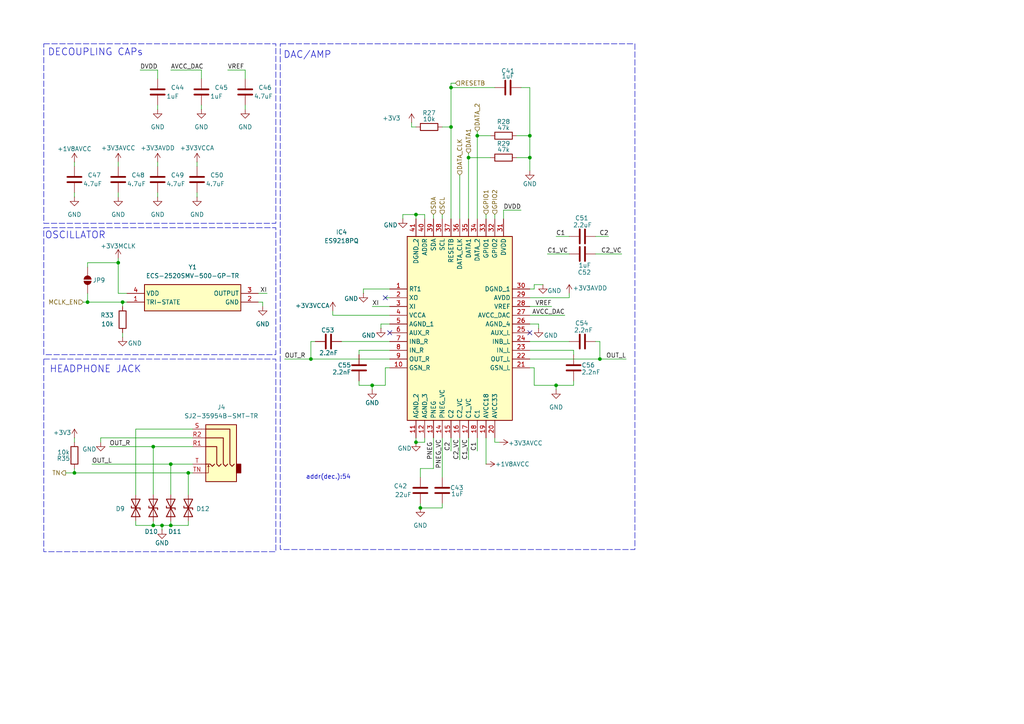
<source format=kicad_sch>
(kicad_sch (version 20250114) (generator "eeschema") (generator_version "9.0")
  (paper "A4")
  (title_block (title "AUDIO"))
  (lib_symbols
    (symbol "Connector_Audio:AudioJack4_SwitchT1"
      (property "Reference" "J" (at 0 11.43 0))
      (property "Value" "AudioJack4_SwitchT1" (at 0 8.89 0))
      (symbol "AudioJack4_SwitchT1_0_1"
        (rectangle (start -7.62 -5.08) (end -8.89 -7.62) (stroke (width 0.254)) (fill (type outline)))
        (rectangle (start 1.27 6.35) (end -7.62 -10.16) (stroke (width 0.254)) (fill (type background)))
        (polyline (pts (xy 1.27 2.54) (xy 2.54 2.54)))
        (polyline (pts (xy 1.27 -5.08) (xy 2.54 -5.08)))
        (polyline (pts (xy 2.54 5.08) (xy 1.27 5.08)))
        (polyline (pts (xy 2.54 0) (xy 1.27 0)))
      )
      (symbol "AudioJack4_SwitchT1_1_1"
        (polyline (pts (xy -3.175 -5.08) (xy -2.54 -5.715) (xy -1.905 -5.08) (xy -1.905 0) (xy 1.27 0)) (stroke (width 0.254)))
        (polyline (pts (xy -1.27 -5.08) (xy -0.635 -5.715) (xy 0 -5.08) (xy 1.27 -5.08)) (stroke (width 0.254)))
        (polyline (pts (xy 0.508 -5.334) (xy 0.762 -5.842)))
        (polyline (pts (xy 1.27 5.08) (xy -5.715 5.08) (xy -5.715 -5.08) (xy -6.35 -5.715) (xy -6.985 -5.08)) (stroke (width 0.254)))
        (polyline (pts (xy 1.27 2.54) (xy -3.81 2.54) (xy -3.81 -5.08) (xy -4.445 -5.715) (xy -5.08 -5.08)) (stroke (width 0.254)))
        (polyline (pts (xy 2.54 -7.62) (xy 0.508 -7.62) (xy 0.508 -5.334) (xy 0.254 -5.842)))
        (pin passive line (at 5.08 5.08 180) (length 2.54) (name "~") (number "S"))
        (pin passive line (at 5.08 2.54 180) (length 2.54) (name "~") (number "R2"))
        (pin passive line (at 5.08 0 180) (length 2.54) (name "~") (number "R1"))
        (pin passive line (at 5.08 -5.08 180) (length 2.54) (name "~") (number "T"))
        (pin passive line (at 5.08 -7.62 180) (length 2.54) (name "~") (number "TN"))
      )
    )
    (symbol "Device:C" (pin_numbers (hide yes)) (pin_names (offset 0.254))
      (property "Reference" "C" (at 0.635 2.54 0))
      (property "Value" "C" (at 0.635 -2.54 0))
      (symbol "C_0_1"
        (polyline (pts (xy -2.032 0.762) (xy 2.032 0.762)) (stroke (width 0.508)))
        (polyline (pts (xy -2.032 -0.762) (xy 2.032 -0.762)) (stroke (width 0.508)))
      )
      (symbol "C_1_1"
        (pin passive line (at 0 3.81 270) (length 2.794) (name "~") (number "1"))
        (pin passive line (at 0 -3.81 90) (length 2.794) (name "~") (number "2"))
      )
    )
    (symbol "Device:D_TVS" (pin_numbers (hide yes)) (pin_names (offset 1.016) (hide yes))
      (property "Reference" "D" (at 0 2.54 0))
      (property "Value" "D_TVS" (at 0 -2.54 0))
      (symbol "D_TVS_0_1"
        (polyline (pts (xy -2.54 1.27) (xy -2.54 -1.27) (xy 2.54 1.27) (xy 2.54 -1.27) (xy -2.54 1.27)) (stroke (width 0.254)))
        (polyline (pts (xy 0.508 1.27) (xy 0 1.27) (xy 0 -1.27) (xy -0.508 -1.27)) (stroke (width 0.254)))
        (polyline (pts (xy 1.27 0) (xy -1.27 0)))
      )
      (symbol "D_TVS_1_1"
        (pin passive line (at -3.81 0 0) (length 2.54) (name "A1") (number "1"))
        (pin passive line (at 3.81 0 180) (length 2.54) (name "A2") (number "2"))
      )
    )
    (symbol "Device:R" (pin_numbers (hide yes)) (pin_names (offset 0))
      (property "Reference" "R" (at 2.032 0 90))
      (property "Value" "R" (at 0 0 90))
      (symbol "R_0_1"
        (rectangle (start -1.016 -2.54) (end 1.016 2.54) (stroke (width 0.254)))
      )
      (symbol "R_1_1"
        (pin passive line (at 0 3.81 270) (length 1.27) (name "~") (number "1"))
        (pin passive line (at 0 -3.81 90) (length 1.27) (name "~") (number "2"))
      )
    )
    (symbol "ECS-2520SMV-500-GP-TR:ECS-2520SMV-500-GP-TR"
      (property "Reference" "Y" (at 34.29 7.62 0))
      (property "Value" "ECS-2520SMV-500-GP-TR" (at 34.29 5.08 0))
      (symbol "ECS-2520SMV-500-GP-TR_1_1"
        (rectangle (start 5.08 2.54) (end 33.02 -5.08) (stroke (width 0.254)) (fill (type background)))
        (pin passive line (at 0 0 0) (length 5.08) (name "VDD") (number "4"))
        (pin passive line (at 0 -2.54 0) (length 5.08) (name "TRI-STATE") (number "1"))
        (pin passive line (at 38.1 0 180) (length 5.08) (name "OUTPUT") (number "3"))
        (pin passive line (at 38.1 -2.54 180) (length 5.08) (name "GND") (number "2"))
      )
    )
    (symbol "ES9218PQ:ES9218PQ"
      (property "Reference" "IC" (at 36.83 20.32 0))
      (property "Value" "ES9218PQ" (at 36.83 17.78 0))
      (symbol "ES9218PQ_1_1"
        (rectangle (start 5.08 15.24) (end 35.56 -38.1) (stroke (width 0.254)) (fill (type background)))
        (pin passive line (at 0 0 0) (length 5.08) (name "RT1") (number "1"))
        (pin passive line (at 0 -2.54 0) (length 5.08) (name "XO") (number "2"))
        (pin passive line (at 0 -5.08 0) (length 5.08) (name "XI") (number "3"))
        (pin passive line (at 0 -7.62 0) (length 5.08) (name "VCCA") (number "4"))
        (pin passive line (at 0 -10.16 0) (length 5.08) (name "AGND_1") (number "5"))
        (pin passive line (at 0 -12.7 0) (length 5.08) (name "AUX_R") (number "6"))
        (pin passive line (at 0 -15.24 0) (length 5.08) (name "INB_R") (number "7"))
        (pin passive line (at 0 -17.78 0) (length 5.08) (name "IN_R") (number "8"))
        (pin passive line (at 0 -20.32 0) (length 5.08) (name "OUT_R") (number "9"))
        (pin passive line (at 0 -22.86 0) (length 5.08) (name "GSN_R") (number "10"))
        (pin passive line (at 7.62 20.32 270) (length 5.08) (name "DGND_2") (number "41"))
        (pin passive line (at 7.62 -43.18 90) (length 5.08) (name "AGND_2") (number "11"))
        (pin passive line (at 10.16 20.32 270) (length 5.08) (name "ADDR") (number "40"))
        (pin passive line (at 10.16 -43.18 90) (length 5.08) (name "AGND_3") (number "12"))
        (pin passive line (at 12.7 20.32 270) (length 5.08) (name "SDA") (number "39"))
        (pin passive line (at 12.7 -43.18 90) (length 5.08) (name "PNEG") (number "13"))
        (pin passive line (at 15.24 20.32 270) (length 5.08) (name "SCL") (number "38"))
        (pin passive line (at 15.24 -43.18 90) (length 5.08) (name "PNEG_VC") (number "14"))
        (pin passive line (at 17.78 20.32 270) (length 5.08) (name "RESETB") (number "37"))
        (pin passive line (at 17.78 -43.18 90) (length 5.08) (name "C2") (number "15"))
        (pin passive line (at 20.32 20.32 270) (length 5.08) (name "DATA_CLK") (number "36"))
        (pin passive line (at 20.32 -43.18 90) (length 5.08) (name "C2_VC") (number "16"))
        (pin passive line (at 22.86 20.32 270) (length 5.08) (name "DATA1") (number "35"))
        (pin passive line (at 22.86 -43.18 90) (length 5.08) (name "C1_VC") (number "17"))
        (pin passive line (at 25.4 20.32 270) (length 5.08) (name "DATA_2") (number "34"))
        (pin passive line (at 25.4 -43.18 90) (length 5.08) (name "C1") (number "18"))
        (pin passive line (at 27.94 20.32 270) (length 5.08) (name "GPIO1") (number "33"))
        (pin passive line (at 27.94 -43.18 90) (length 5.08) (name "AVCC18") (number "19"))
        (pin passive line (at 30.48 20.32 270) (length 5.08) (name "GPIO2") (number "32"))
        (pin passive line (at 30.48 -43.18 90) (length 5.08) (name "AVCC33") (number "20"))
        (pin passive line (at 33.02 20.32 270) (length 5.08) (name "DVDD") (number "31"))
        (pin passive line (at 40.64 0 180) (length 5.08) (name "DGND_1") (number "30"))
        (pin passive line (at 40.64 -2.54 180) (length 5.08) (name "AVDD") (number "29"))
        (pin passive line (at 40.64 -5.08 180) (length 5.08) (name "VREF") (number "28"))
        (pin passive line (at 40.64 -7.62 180) (length 5.08) (name "AVCC_DAC") (number "27"))
        (pin passive line (at 40.64 -10.16 180) (length 5.08) (name "AGND_4") (number "26"))
        (pin passive line (at 40.64 -12.7 180) (length 5.08) (name "AUX_L") (number "25"))
        (pin passive line (at 40.64 -15.24 180) (length 5.08) (name "INB_L") (number "24"))
        (pin passive line (at 40.64 -17.78 180) (length 5.08) (name "IN_L") (number "23"))
        (pin passive line (at 40.64 -20.32 180) (length 5.08) (name "OUT_L") (number "22"))
        (pin passive line (at 40.64 -22.86 180) (length 5.08) (name "GSN_L") (number "21"))
      )
    )
    (symbol "Jumper:SolderJumper_2_Open" (pin_numbers (hide yes)) (pin_names (offset 0) (hide yes)) (in_bom no)
      (property "Reference" "JP" (at 0 2.032 0))
      (property "Value" "SolderJumper_2_Open" (at 0 -2.54 0))
      (symbol "SolderJumper_2_Open_0_1"
        (polyline (pts (xy -0.254 1.016) (xy -0.254 -1.016)))
        (arc (start -0.254 -1.016) (mid -1.2656 0) (end -0.254 1.016))
        (arc (start -0.254 -1.016) (mid -1.2656 0) (end -0.254 1.016) (fill (type outline)))
        (arc (start 0.254 1.016) (mid 1.2656 0) (end 0.254 -1.016))
        (arc (start 0.254 1.016) (mid 1.2656 0) (end 0.254 -1.016) (fill (type outline)))
        (polyline (pts (xy 0.254 1.016) (xy 0.254 -1.016)))
      )
      (symbol "SolderJumper_2_Open_1_1"
        (pin passive line (at -3.81 0 0) (length 2.54) (name "A") (number "1"))
        (pin passive line (at 3.81 0 180) (length 2.54) (name "B") (number "2"))
      )
    )
    (symbol "power:+1V8" (power) (pin_numbers (hide yes)) (pin_names (offset 0) (hide yes))
      (property "Value" "+1V8" (at 0 3.556 0))
      (symbol "+1V8_0_1"
        (polyline (pts (xy -0.762 1.27) (xy 0 2.54)))
        (polyline (pts (xy 0 2.54) (xy 0.762 1.27)))
        (polyline (pts (xy 0 0) (xy 0 2.54)))
      )
      (symbol "+1V8_1_1"
        (pin power_in line (at 0 0 90) (length 0) (name "~") (number "1"))
      )
    )
    (symbol "power:+3V3" (power) (pin_numbers (hide yes)) (pin_names (offset 0) (hide yes))
      (property "Value" "+3V3" (at 0 3.556 0))
      (symbol "+3V3_0_1"
        (polyline (pts (xy -0.762 1.27) (xy 0 2.54)))
        (polyline (pts (xy 0 2.54) (xy 0.762 1.27)))
        (polyline (pts (xy 0 0) (xy 0 2.54)))
      )
      (symbol "+3V3_1_1"
        (pin power_in line (at 0 0 90) (length 0) (name "~") (number "1"))
      )
    )
    (symbol "power:GND" (power) (pin_numbers (hide yes)) (pin_names (offset 0) (hide yes))
      (property "Value" "GND" (at 0 -3.81 0))
      (symbol "GND_0_1"
        (polyline (pts (xy 0 0) (xy 0 -1.27) (xy 1.27 -1.27) (xy 0 -2.54) (xy -1.27 -1.27) (xy 0 -1.27)))
      )
      (symbol "GND_1_1"
        (pin power_in line (at 0 0 270) (length 0) (name "~") (number "1"))
      )
    )
  )
  (rectangle (start 12.7 12.7) (end 80.01 64.77) (stroke (width 0) (type dash)))
  (rectangle (start 12.7 104.14) (end 80.01 160.02) (stroke (width 0) (type dash)))
  (rectangle (start 12.7 66.04) (end 80.01 102.87) (stroke (width 0) (type dash)))
  (rectangle (start 81.28 12.7) (end 184.15 159.385) (stroke (width 0) (type dash)))
  (text "DAC/AMP" (at 89.154 16.002 0) (effects (font (size 2 2))))
  (text "OSCILLATOR" (at 21.844 68.326 0) (effects (font (size 2 2))))
  (text "addr(dec.):54" (at 95.25 138.43 0) (effects (font (size 1.27 1.27))))
  (text "HEADPHONE JACK" (at 27.686 107.188 0) (effects (font (size 2 2))))
  (text "DECOUPLING CAPs" (at 27.686 15.24 0) (effects (font (size 2 2))))
  (junction (at 90.17 104.14))
  (junction (at 135.89 45.72))
  (junction (at 44.45 129.54))
  (junction (at 46.99 152.4))
  (junction (at 130.81 36.83))
  (junction (at 173.99 104.14))
  (junction (at 107.95 111.76))
  (junction (at 25.4 87.63))
  (junction (at 35.56 87.63))
  (junction (at 120.65 62.23))
  (junction (at 121.92 147.32))
  (junction (at 153.67 39.37))
  (junction (at 54.61 137.16))
  (junction (at 153.67 45.72))
  (junction (at 138.43 39.37))
  (junction (at 49.53 152.4))
  (junction (at 161.29 111.76))
  (junction (at 120.65 128.27))
  (junction (at 21.59 137.16))
  (junction (at 34.29 76.2))
  (junction (at 49.53 134.62))
  (junction (at 130.81 25.4))
  (junction (at 44.45 152.4))
  (no_connect (at 111.76 86.36))
  (no_connect (at 113.03 96.52))
  (no_connect (at 153.67 96.52))
  (wire (pts (xy 66.04 20.32) (xy 71.12 20.32)))
  (wire (pts (xy 45.72 20.32) (xy 45.72 22.86)))
  (wire (pts (xy 29.21 127) (xy 55.88 127)))
  (wire (pts (xy 44.45 129.54) (xy 44.45 143.51)))
  (wire (pts (xy 165.1 85.09) (xy 165.1 86.36)))
  (wire (pts (xy 153.67 106.68) (xy 154.94 106.68)))
  (wire (pts (xy 151.13 25.4) (xy 153.67 25.4)))
  (wire (pts (xy 71.12 20.32) (xy 71.12 22.86)))
  (wire (pts (xy 151.13 60.96) (xy 146.05 60.96)))
  (wire (pts (xy 49.53 134.62) (xy 55.88 134.62)))
  (wire (pts (xy 25.4 87.63) (xy 35.56 87.63)))
  (wire (pts (xy 130.81 36.83) (xy 130.81 63.5)))
  (wire (pts (xy 39.37 124.46) (xy 39.37 143.51)))
  (wire (pts (xy 161.29 68.58) (xy 165.1 68.58)))
  (wire (pts (xy 49.53 151.13) (xy 49.53 152.4)))
  (wire (pts (xy 104.14 102.87) (xy 104.14 101.6)))
  (wire (pts (xy 45.72 46.99) (xy 45.72 48.26)))
  (wire (pts (xy 121.92 146.05) (xy 121.92 147.32)))
  (wire (pts (xy 57.15 55.88) (xy 57.15 57.15)))
  (wire (pts (xy 133.35 50.8) (xy 133.35 63.5)))
  (wire (pts (xy 143.51 62.23) (xy 143.51 63.5)))
  (wire (pts (xy 111.76 106.68) (xy 113.03 106.68)))
  (wire (pts (xy 25.4 76.2) (xy 34.29 76.2)))
  (wire (pts (xy 143.51 25.4) (xy 130.81 25.4)))
  (wire (pts (xy 19.05 137.16) (xy 21.59 137.16)))
  (wire (pts (xy 135.89 133.35) (xy 135.89 127)))
  (wire (pts (xy 119.38 36.83) (xy 120.65 36.83)))
  (wire (pts (xy 21.59 46.99) (xy 21.59 48.26)))
  (wire (pts (xy 111.76 106.68) (xy 111.76 111.76)))
  (wire (pts (xy 116.84 62.23) (xy 116.84 63.5)))
  (wire (pts (xy 120.65 128.27) (xy 123.19 128.27)))
  (wire (pts (xy 156.21 93.98) (xy 153.67 93.98)))
  (wire (pts (xy 153.67 45.72) (xy 153.67 49.53)))
  (wire (pts (xy 26.67 134.62) (xy 49.53 134.62)))
  (wire (pts (xy 146.05 60.96) (xy 146.05 63.5)))
  (wire (pts (xy 154.94 83.82) (xy 153.67 83.82)))
  (wire (pts (xy 166.37 110.49) (xy 166.37 111.76)))
  (wire (pts (xy 77.47 85.09) (xy 74.93 85.09)))
  (wire (pts (xy 111.76 86.36) (xy 113.03 86.36)))
  (wire (pts (xy 120.65 127) (xy 120.65 128.27)))
  (wire (pts (xy 34.29 74.93) (xy 34.29 76.2)))
  (wire (pts (xy 39.37 124.46) (xy 55.88 124.46)))
  (wire (pts (xy 105.41 85.09) (xy 105.41 83.82)))
  (wire (pts (xy 163.83 91.44) (xy 153.67 91.44)))
  (wire (pts (xy 82.55 104.14) (xy 90.17 104.14)))
  (wire (pts (xy 21.59 127) (xy 21.59 128.27)))
  (wire (pts (xy 135.89 45.72) (xy 142.24 45.72)))
  (wire (pts (xy 161.29 111.76) (xy 154.94 111.76)))
  (wire (pts (xy 123.19 127) (xy 123.19 128.27)))
  (wire (pts (xy 172.72 68.58) (xy 176.53 68.58)))
  (wire (pts (xy 21.59 135.89) (xy 21.59 137.16)))
  (wire (pts (xy 104.14 111.76) (xy 107.95 111.76)))
  (wire (pts (xy 76.2 88.9) (xy 76.2 87.63)))
  (wire (pts (xy 133.35 133.35) (xy 133.35 127)))
  (wire (pts (xy 123.19 62.23) (xy 120.65 62.23)))
  (wire (pts (xy 21.59 57.15) (xy 21.59 55.88)))
  (wire (pts (xy 45.72 30.48) (xy 45.72 31.75)))
  (wire (pts (xy 44.45 129.54) (xy 55.88 129.54)))
  (wire (pts (xy 44.45 151.13) (xy 44.45 152.4)))
  (wire (pts (xy 25.4 85.09) (xy 25.4 87.63)))
  (wire (pts (xy 49.53 134.62) (xy 49.53 143.51)))
  (wire (pts (xy 39.37 151.13) (xy 39.37 152.4)))
  (wire (pts (xy 71.12 31.75) (xy 71.12 30.48)))
  (wire (pts (xy 121.92 135.89) (xy 121.92 138.43)))
  (wire (pts (xy 120.65 62.23) (xy 120.65 63.5)))
  (wire (pts (xy 76.2 87.63) (xy 74.93 87.63)))
  (wire (pts (xy 104.14 101.6) (xy 113.03 101.6)))
  (wire (pts (xy 90.17 104.14) (xy 113.03 104.14)))
  (wire (pts (xy 130.81 25.4) (xy 130.81 36.83)))
  (wire (pts (xy 121.92 135.89) (xy 125.73 135.89)))
  (wire (pts (xy 138.43 39.37) (xy 142.24 39.37)))
  (wire (pts (xy 125.73 62.23) (xy 125.73 63.5)))
  (wire (pts (xy 54.61 152.4) (xy 54.61 151.13)))
  (wire (pts (xy 130.81 24.13) (xy 132.08 24.13)))
  (wire (pts (xy 166.37 111.76) (xy 161.29 111.76)))
  (wire (pts (xy 156.21 95.25) (xy 156.21 93.98)))
  (wire (pts (xy 154.94 106.68) (xy 154.94 111.76)))
  (wire (pts (xy 158.75 73.66) (xy 165.1 73.66)))
  (wire (pts (xy 58.42 20.32) (xy 58.42 22.86)))
  (wire (pts (xy 125.73 135.89) (xy 125.73 127)))
  (wire (pts (xy 135.89 45.72) (xy 135.89 63.5)))
  (wire (pts (xy 34.29 57.15) (xy 34.29 55.88)))
  (wire (pts (xy 49.53 20.32) (xy 58.42 20.32)))
  (wire (pts (xy 130.81 130.81) (xy 130.81 127)))
  (wire (pts (xy 128.27 127) (xy 128.27 138.43)))
  (wire (pts (xy 161.29 111.76) (xy 161.29 113.03)))
  (wire (pts (xy 21.59 137.16) (xy 54.61 137.16)))
  (wire (pts (xy 128.27 146.05) (xy 128.27 147.32)))
  (wire (pts (xy 154.94 82.55) (xy 157.48 82.55)))
  (wire (pts (xy 120.65 62.23) (xy 116.84 62.23)))
  (wire (pts (xy 96.52 90.17) (xy 96.52 91.44)))
  (wire (pts (xy 143.51 128.27) (xy 144.78 128.27)))
  (wire (pts (xy 119.38 36.83) (xy 119.38 35.56)))
  (wire (pts (xy 34.29 46.99) (xy 34.29 48.26)))
  (wire (pts (xy 58.42 30.48) (xy 58.42 31.75)))
  (wire (pts (xy 29.21 128.27) (xy 29.21 127)))
  (wire (pts (xy 35.56 97.79) (xy 35.56 96.52)))
  (wire (pts (xy 173.99 104.14) (xy 173.99 99.06)))
  (wire (pts (xy 49.53 152.4) (xy 54.61 152.4)))
  (wire (pts (xy 173.99 104.14) (xy 181.61 104.14)))
  (wire (pts (xy 140.97 62.23) (xy 140.97 63.5)))
  (wire (pts (xy 35.56 87.63) (xy 36.83 87.63)))
  (wire (pts (xy 91.44 99.06) (xy 90.17 99.06)))
  (wire (pts (xy 107.95 111.76) (xy 107.95 113.03)))
  (wire (pts (xy 166.37 101.6) (xy 166.37 102.87)))
  (wire (pts (xy 153.67 25.4) (xy 153.67 39.37)))
  (wire (pts (xy 110.49 95.25) (xy 110.49 93.98)))
  (wire (pts (xy 25.4 77.47) (xy 25.4 76.2)))
  (wire (pts (xy 57.15 46.99) (xy 57.15 48.26)))
  (wire (pts (xy 35.56 88.9) (xy 35.56 87.63)))
  (wire (pts (xy 110.49 93.98) (xy 113.03 93.98)))
  (wire (pts (xy 160.02 88.9) (xy 153.67 88.9)))
  (wire (pts (xy 46.99 152.4) (xy 49.53 152.4)))
  (wire (pts (xy 99.06 99.06) (xy 113.03 99.06)))
  (wire (pts (xy 135.89 44.45) (xy 135.89 45.72)))
  (wire (pts (xy 24.13 87.63) (xy 25.4 87.63)))
  (wire (pts (xy 173.99 99.06) (xy 172.72 99.06)))
  (wire (pts (xy 143.51 128.27) (xy 143.51 127)))
  (wire (pts (xy 39.37 152.4) (xy 44.45 152.4)))
  (wire (pts (xy 90.17 99.06) (xy 90.17 104.14)))
  (wire (pts (xy 31.75 129.54) (xy 44.45 129.54)))
  (wire (pts (xy 140.97 134.62) (xy 140.97 127)))
  (wire (pts (xy 153.67 45.72) (xy 153.67 39.37)))
  (wire (pts (xy 138.43 39.37) (xy 138.43 63.5)))
  (wire (pts (xy 34.29 76.2) (xy 34.29 85.09)))
  (wire (pts (xy 46.99 153.67) (xy 46.99 152.4)))
  (wire (pts (xy 128.27 147.32) (xy 121.92 147.32)))
  (wire (pts (xy 149.86 45.72) (xy 153.67 45.72)))
  (wire (pts (xy 165.1 86.36) (xy 153.67 86.36)))
  (wire (pts (xy 128.27 36.83) (xy 130.81 36.83)))
  (wire (pts (xy 34.29 85.09) (xy 36.83 85.09)))
  (wire (pts (xy 138.43 38.1) (xy 138.43 39.37)))
  (wire (pts (xy 44.45 152.4) (xy 46.99 152.4)))
  (wire (pts (xy 153.67 99.06) (xy 165.1 99.06)))
  (wire (pts (xy 153.67 39.37) (xy 149.86 39.37)))
  (wire (pts (xy 54.61 137.16) (xy 55.88 137.16)))
  (wire (pts (xy 153.67 104.14) (xy 173.99 104.14)))
  (wire (pts (xy 154.94 82.55) (xy 154.94 83.82)))
  (wire (pts (xy 54.61 137.16) (xy 54.61 143.51)))
  (wire (pts (xy 96.52 91.44) (xy 113.03 91.44)))
  (wire (pts (xy 104.14 110.49) (xy 104.14 111.76)))
  (wire (pts (xy 153.67 101.6) (xy 166.37 101.6)))
  (wire (pts (xy 107.95 88.9) (xy 113.03 88.9)))
  (wire (pts (xy 138.43 130.81) (xy 138.43 127)))
  (wire (pts (xy 172.72 73.66) (xy 180.34 73.66)))
  (wire (pts (xy 107.95 111.76) (xy 111.76 111.76)))
  (wire (pts (xy 123.19 63.5) (xy 123.19 62.23)))
  (wire (pts (xy 128.27 62.23) (xy 128.27 63.5)))
  (wire (pts (xy 40.64 20.32) (xy 45.72 20.32)))
  (wire (pts (xy 130.81 24.13) (xy 130.81 25.4)))
  (wire (pts (xy 105.41 83.82) (xy 113.03 83.82)))
  (wire (pts (xy 45.72 57.15) (xy 45.72 55.88)))
  (label "C1_VC" (at 135.89 133.35 90))
  (label "OUT_R" (at 82.55 104.14 0))
  (label "PNEG" (at 125.73 133.35 90))
  (label "C2" (at 176.53 68.58 180))
  (label "DVDD" (at 151.13 60.96 180))
  (label "C1_VC" (at 158.75 73.66 0))
  (label "XI" (at 77.47 85.09 180))
  (label "AVCC_DAC" (at 49.53 20.32 0))
  (label "XI" (at 107.95 88.9 0))
  (label "C2_VC" (at 180.34 73.66 180))
  (label "OUT_L" (at 26.67 134.62 0))
  (label "VREF" (at 66.04 20.32 0))
  (label "C2_VC" (at 133.35 133.35 90))
  (label "VREF" (at 160.02 88.9 180))
  (label "OUT_L" (at 181.61 104.14 180))
  (label "OUT_R" (at 31.75 129.54 0))
  (label "C2" (at 130.81 130.81 90))
  (label "AVCC_DAC" (at 163.83 91.44 180))
  (label "C1" (at 138.43 130.81 90))
  (label "C1" (at 161.29 68.58 0))
  (label "PNEG_VC" (at 128.27 135.89 90))
  (label "DVDD" (at 40.64 20.32 0))
  (hierarchical_label "GPIO2" (shape input) (at 143.51 62.23 90))
  (hierarchical_label "SCL" (shape input) (at 128.27 62.23 90))
  (hierarchical_label "DATA1" (shape input) (at 135.89 44.45 90))
  (hierarchical_label "DATA_CLK" (shape input) (at 133.35 50.8 90))
  (hierarchical_label "SDA" (shape input) (at 125.73 62.23 90))
  (hierarchical_label "TN" (shape output) (at 19.05 137.16 180))
  (hierarchical_label "MCLK_EN" (shape input) (at 24.13 87.63 180))
  (hierarchical_label "GPIO1" (shape input) (at 140.97 62.23 90))
  (hierarchical_label "DATA_2" (shape input) (at 138.43 38.1 90))
  (hierarchical_label "RESETB" (shape input) (at 132.08 24.13 0))
  (symbol (lib_id "Device:C") (at 168.91 99.06 90) (unit 1)
    (property "Reference" "C54" (at 170.688 93.726 90) (effects (justify left)))
    (property "Value" "2.2nF" (at 171.958 95.758 90) (effects (justify left)))
    (property "Footprint" "Capacitor_SMD:C_0402_1005Metric" (effects (hide yes)))
    (property "Description" "Unpolarized capacitor" (effects (hide yes)))
    (property "MPN" "CL05B222KB5NNNC" (effects (hide yes)))
  )
  (symbol (lib_id "power:+3V3") (at 57.15 46.99 0) (unit 1)
    (property "Reference" "#PWR078" (effects (hide yes)))
    (property "Value" "+3V3VCCA" (at 57.15 42.926 0))
    (property "Description" "Power symbol creates a global label with name \"+3V3\"" (effects (hide yes)))
  )
  (symbol (lib_id "Jumper:SolderJumper_2_Open") (at 25.4 81.28 90) (mirror x) (unit 1) (in_bom no)
    (property "Reference" "JP9" (at 28.702 81.28 90))
    (property "Value" "SolderJumper_2_Open" (effects (hide yes)))
    (property "Footprint" "Jumper:SolderJumper-2_P1.3mm_Open_RoundedPad1.0x1.5mm" (effects (hide yes)))
    (property "Description" "Solder Jumper, 2-pole, open" (effects (hide yes)))
  )
  (symbol (lib_id "Device:C") (at 104.14 106.68 0) (mirror x) (unit 1)
    (property "Reference" "C55" (at 101.854 105.918 0) (effects (justify right)))
    (property "Value" "2.2nF" (at 101.854 107.95 0) (effects (justify right)))
    (property "Footprint" "Capacitor_SMD:C_0402_1005Metric" (effects (hide yes)))
    (property "Description" "Unpolarized capacitor" (effects (hide yes)))
    (property "MPN" "CL05B222KB5NNNC" (effects (hide yes)))
  )
  (symbol (lib_id "power:GND") (at 45.72 57.15 0) (unit 1)
    (property "Reference" "#PWR082" (effects (hide yes)))
    (property "Value" "GND" (at 45.72 62.23 0))
    (property "Description" "Power symbol creates a global label with name \"GND\" , ground" (effects (hide yes)))
  )
  (symbol (lib_id "Device:R") (at 146.05 39.37 90) (unit 1)
    (property "Reference" "R28" (at 146.05 35.306 90))
    (property "Value" "47k" (at 146.05 37.084 90))
    (property "Footprint" "Resistor_SMD:R_0402_1005Metric" (effects (hide yes)))
    (property "Description" "Resistor" (effects (hide yes)))
    (property "MPN" "RC0402FR-0747KL" (effects (hide yes)))
  )
  (symbol (lib_id "Device:D_TVS") (at 39.37 147.32 90) (unit 1)
    (property "Reference" "D9" (at 33.528 147.574 90) (effects (justify right)))
    (property "Value" "D_TVS" (effects (hide yes)))
    (property "Footprint" "CD0201-T2.0LC:CD0201T20LC" (effects (hide yes)))
    (property "Description" "Bidirectional transient-voltage-suppression diode" (effects (hide yes)))
    (property "MPN" " CD0201-T2.0LC " (effects (hide yes)))
  )
  (symbol (lib_id "Device:C") (at 128.27 142.24 0) (unit 1)
    (property "Reference" "C43" (at 130.556 141.478 0) (effects (justify left)))
    (property "Value" "1uF" (at 130.81 143.256 0) (effects (justify left)))
    (property "Footprint" "Capacitor_SMD:C_0402_1005Metric" (effects (hide yes)))
    (property "Description" "Unpolarized capacitor" (effects (hide yes)))
    (property "MPN" "CL05A105KO5NNNC" (effects (hide yes)))
  )
  (symbol (lib_id "Device:C") (at 45.72 26.67 0) (unit 1)
    (property "Reference" "C44" (at 49.53 25.3999 0) (effects (justify left)))
    (property "Value" "1uF" (at 48.26 27.94 0) (effects (justify left)))
    (property "Footprint" "Capacitor_SMD:C_0402_1005Metric" (effects (hide yes)))
    (property "Description" "Unpolarized capacitor" (effects (hide yes)))
    (property "MPN" "CL05A105KO5NNNC" (effects (hide yes)))
  )
  (symbol (lib_id "Device:C") (at 168.91 73.66 90) (mirror x) (unit 1)
    (property "Reference" "C52" (at 171.45 78.994 90) (effects (justify left)))
    (property "Value" "1uF" (at 171.45 76.962 90) (effects (justify left)))
    (property "Footprint" "Capacitor_SMD:C_0402_1005Metric" (effects (hide yes)))
    (property "Description" "Unpolarized capacitor" (effects (hide yes)))
    (property "MPN" "CL05A105KO5NNNC" (effects (hide yes)))
  )
  (symbol (lib_id "power:GND") (at 71.12 31.75 0) (unit 1)
    (property "Reference" "#PWR073" (effects (hide yes)))
    (property "Value" "GND" (at 71.12 36.83 0))
    (property "Description" "Power symbol creates a global label with name \"GND\" , ground" (effects (hide yes)))
  )
  (symbol (lib_id "Device:C") (at 58.42 26.67 0) (unit 1)
    (property "Reference" "C45" (at 62.23 25.3999 0) (effects (justify left)))
    (property "Value" "1uF" (at 60.96 27.94 0) (effects (justify left)))
    (property "Footprint" "Capacitor_SMD:C_0402_1005Metric" (effects (hide yes)))
    (property "Description" "Unpolarized capacitor" (effects (hide yes)))
    (property "MPN" "CL05A105KO5NNNC" (effects (hide yes)))
  )
  (symbol (lib_id "Device:R") (at 21.59 132.08 180) (unit 1)
    (property "Reference" "R35" (at 18.415 132.969 0))
    (property "Value" "10k" (at 18.415 131.191 0))
    (property "Footprint" "Resistor_SMD:R_0402_1005Metric" (effects (hide yes)))
    (property "Description" "Resistor" (effects (hide yes)))
    (property "MPN" "CRCW040210K0FKED" (effects (hide yes)))
  )
  (symbol (lib_id "Device:R") (at 146.05 45.72 90) (unit 1)
    (property "Reference" "R29" (at 146.05 41.656 90))
    (property "Value" "47k" (at 146.05 43.434 90))
    (property "Footprint" "Resistor_SMD:R_0402_1005Metric" (effects (hide yes)))
    (property "Description" "Resistor" (effects (hide yes)))
    (property "MPN" "RC0402FR-0747KL" (effects (hide yes)))
  )
  (symbol (lib_id "Device:C") (at 147.32 25.4 270) (mirror x) (unit 1)
    (property "Reference" "C41" (at 147.32 20.574 90))
    (property "Value" "1uF" (at 147.32 22.098 90))
    (property "Footprint" "Capacitor_SMD:C_0402_1005Metric" (effects (hide yes)))
    (property "Description" "Unpolarized capacitor" (effects (hide yes)))
    (property "MPN" "CL05A105KO5NNNC" (effects (hide yes)))
  )
  (symbol (lib_id "Device:C") (at 166.37 106.68 180) (unit 1)
    (property "Reference" "C56" (at 168.656 105.918 0) (effects (justify right)))
    (property "Value" "2.2nF" (at 168.656 107.95 0) (effects (justify right)))
    (property "Footprint" "Capacitor_SMD:C_0402_1005Metric" (effects (hide yes)))
    (property "Description" "Unpolarized capacitor" (effects (hide yes)))
    (property "MPN" "CL05B222KB5NNNC" (effects (hide yes)))
  )
  (symbol (lib_id "Device:C") (at 45.72 52.07 0) (unit 1)
    (property "Reference" "C49" (at 49.53 50.7999 0) (effects (justify left)))
    (property "Value" "4.7uF" (at 48.26 53.34 0) (effects (justify left)))
    (property "Footprint" "Capacitor_SMD:C_0402_1005Metric" (effects (hide yes)))
    (property "Description" "Unpolarized capacitor" (effects (hide yes)))
    (property "MPN" "CL05A475KP5NRNC" (effects (hide yes)))
  )
  (symbol (lib_id "power:+1V8") (at 21.59 46.99 0) (unit 1)
    (property "Reference" "#PWR075" (effects (hide yes)))
    (property "Value" "+1V8AVCC" (at 21.59 43.18 0))
    (property "Description" "Power symbol creates a global label with name \"+1V8\"" (effects (hide yes)))
  )
  (symbol (lib_id "Connector_Audio:AudioJack4_SwitchT1") (at 60.96 129.54 0) (mirror y) (unit 1)
    (property "Reference" "J4" (at 64.1985 118.11 0))
    (property "Value" "SJ2-35954B-SMT-TR" (at 64.1985 120.65 0))
    (property "Footprint" "SJ2-35954B-SMT-TR:CUI_SJ2-35954B-SMT-TR" (effects (hide yes)))
    (property "Description" "Audio Jack, 4 Poles (Stereo / TRRS), Switched T1 Pole (Normalling)" (effects (hide yes)))
    (property "MPN" " SJ2-35954B-SMT-TR " (effects (hide yes)))
  )
  (symbol (lib_id "Device:C") (at 21.59 52.07 0) (unit 1)
    (property "Reference" "C47" (at 25.4 50.7999 0) (effects (justify left)))
    (property "Value" "4.7uF" (at 24.13 53.34 0) (effects (justify left)))
    (property "Footprint" "Capacitor_SMD:C_0402_1005Metric" (effects (hide yes)))
    (property "Description" "Unpolarized capacitor" (effects (hide yes)))
    (property "MPN" "CL05A475KP5NRNC" (effects (hide yes)))
  )
  (symbol (lib_id "ECS-2520SMV-500-GP-TR:ECS-2520SMV-500-GP-TR") (at 36.83 85.09 0) (unit 1)
    (property "Reference" "Y1" (at 55.88 77.47 0))
    (property "Value" "ECS-2520SMV-500-GP-TR" (at 55.88 80.01 0))
    (property "Footprint" "ECS-2520SMV-500-GP-TR:ECS2520SMV500GPTR" (effects (hide yes)))
    (property "Datasheet" "https://eu.mouser.com/datasheet/2/122/ECS_2520SMV-1628252.pdf" (effects (hide yes)))
    (property "Description" "Standard Clock Oscillators 50.000 MHz MultiVolt 1.62 3.63 V +/-5ppm -40 +105 C 4-SMD 2.5 X 2.0 mm RoHS" (effects (hide yes)))
    (property "Height" "0.9" (effects (hide yes)))
    (property "Manufacturer_Name" "ECS" (effects (hide yes)))
    (property "Arrow Part Number" "ECS-2520SMV-500-GP-TR" (effects (hide yes)))
    (property "Arrow Price/Stock" "https://www.arrow.com/en/products/ecs-2520smv-500-gp-tr/ecs-international?region=nac" (effects (hide yes)))
    (property "MPN" "ECS-2520SMV-500-GP-TR" (effects (hide yes)))
  )
  (symbol (lib_id "power:GND") (at 35.56 97.79 0) (mirror y) (unit 1)
    (property "Reference" "#PWR093" (effects (hide yes)))
    (property "Value" "GND" (at 39.116 99.568 0))
    (property "Description" "Power symbol creates a global label with name \"GND\" , ground" (effects (hide yes)))
  )
  (symbol (lib_id "power:GND") (at 105.41 85.09 0) (mirror y) (unit 1)
    (property "Reference" "#PWR086" (effects (hide yes)))
    (property "Value" "GND" (at 101.854 86.614 0))
    (property "Description" "Power symbol creates a global label with name \"GND\" , ground" (effects (hide yes)))
  )
  (symbol (lib_id "power:GND") (at 161.29 113.03 0) (unit 1)
    (property "Reference" "#PWR095" (effects (hide yes)))
    (property "Value" "GND" (at 161.29 118.11 0))
    (property "Description" "Power symbol creates a global label with name \"GND\" , ground" (effects (hide yes)))
  )
  (symbol (lib_id "ES9218PQ:ES9218PQ") (at 113.03 83.82 0) (unit 1)
    (property "Reference" "IC4" (at 99.06 67.31 0))
    (property "Value" "ES9218PQ" (at 99.06 69.85 0))
    (property "Footprint" "ES9218PQ:QFN40P500X500X80-41N-D" (effects (hide yes)))
    (property "Datasheet" "https://eu.mouser.com/datasheet/2/1082/ES9218P_Datasheet_v1_8-2933526.pdf" (effects (hide yes)))
    (property "Description" "Audio D/A Converter ICs Sabre 32 2V rms Integrated Stereo QUAD DAC /HPA/Switch" (effects (hide yes)))
    (property "Height" "0.8" (effects (hide yes)))
    (property "Manufacturer_Name" "ESS Technology" (effects (hide yes)))
    (property "MPN" "ES9218PQ" (effects (hide yes)))
  )
  (symbol (lib_id "Device:C") (at 57.15 52.07 0) (unit 1)
    (property "Reference" "C50" (at 60.96 50.7999 0) (effects (justify left)))
    (property "Value" "4.7uF" (at 59.69 53.34 0) (effects (justify left)))
    (property "Footprint" "Capacitor_SMD:C_0402_1005Metric" (effects (hide yes)))
    (property "Description" "Unpolarized capacitor" (effects (hide yes)))
    (property "MPN" "CL05A475KP5NRNC" (effects (hide yes)))
  )
  (symbol (lib_id "power:GND") (at 46.99 153.67 0) (unit 1)
    (property "Reference" "#PWR0102" (effects (hide yes)))
    (property "Value" "GND" (at 46.99 157.48 0))
    (property "Description" "Power symbol creates a global label with name \"GND\" , ground" (effects (hide yes)))
  )
  (symbol (lib_id "Device:R") (at 124.46 36.83 90) (unit 1)
    (property "Reference" "R27" (at 124.46 32.766 90))
    (property "Value" "10k" (at 124.46 34.544 90))
    (property "Footprint" "Resistor_SMD:R_0402_1005Metric" (effects (hide yes)))
    (property "Description" "Resistor" (effects (hide yes)))
    (property "MPN" "CRCW040210K0FKED" (effects (hide yes)))
  )
  (symbol (lib_id "Device:C") (at 168.91 68.58 90) (unit 1)
    (property "Reference" "C51" (at 170.688 63.246 90) (effects (justify left)))
    (property "Value" "2.2uF" (at 171.704 65.278 90) (effects (justify left)))
    (property "Footprint" "Capacitor_SMD:C_0402_1005Metric" (effects (hide yes)))
    (property "Description" "Unpolarized capacitor" (effects (hide yes)))
    (property "MPN" "CL05A225KO5NQNC" (effects (hide yes)))
  )
  (symbol (lib_id "power:+1V8") (at 119.38 35.56 0) (unit 1)
    (property "Reference" "#PWR074" (effects (hide yes)))
    (property "Value" "+3V3" (at 113.538 34.29 0))
    (property "Description" "Power symbol creates a global label with name \"+1V8\"" (effects (hide yes)))
  )
  (symbol (lib_id "power:GND") (at 21.59 57.15 0) (unit 1)
    (property "Reference" "#PWR080" (effects (hide yes)))
    (property "Value" "GND" (at 21.59 62.23 0))
    (property "Description" "Power symbol creates a global label with name \"GND\" , ground" (effects (hide yes)))
  )
  (symbol (lib_id "Device:D_TVS") (at 44.45 147.32 90) (unit 1)
    (property "Reference" "D10" (at 41.91 154.178 90) (effects (justify right)))
    (property "Value" "D_TVS" (effects (hide yes)))
    (property "Footprint" "CD0201-T2.0LC:CD0201T20LC" (effects (hide yes)))
    (property "Description" "Bidirectional transient-voltage-suppression diode" (effects (hide yes)))
    (property "MPN" " CD0201-T2.0LC " (effects (hide yes)))
  )
  (symbol (lib_id "Device:D_TVS") (at 49.53 147.32 90) (unit 1)
    (property "Reference" "D11" (at 48.768 154.178 90) (effects (justify right)))
    (property "Value" "D_TVS" (effects (hide yes)))
    (property "Footprint" "CD0201-T2.0LC:CD0201T20LC" (effects (hide yes)))
    (property "Description" "Bidirectional transient-voltage-suppression diode" (effects (hide yes)))
    (property "MPN" " CD0201-T2.0LC " (effects (hide yes)))
  )
  (symbol (lib_id "power:GND") (at 58.42 31.75 0) (unit 1)
    (property "Reference" "#PWR072" (effects (hide yes)))
    (property "Value" "GND" (at 58.42 36.83 0))
    (property "Description" "Power symbol creates a global label with name \"GND\" , ground" (effects (hide yes)))
  )
  (symbol (lib_id "power:GND") (at 45.72 31.75 0) (unit 1)
    (property "Reference" "#PWR071" (effects (hide yes)))
    (property "Value" "GND" (at 45.72 36.83 0))
    (property "Description" "Power symbol creates a global label with name \"GND\" , ground" (effects (hide yes)))
  )
  (symbol (lib_id "power:+1V8") (at 165.1 85.09 0) (unit 1)
    (property "Reference" "#PWR088" (effects (hide yes)))
    (property "Value" "+3V3AVDD" (at 166.116 83.566 0) (effects (justify left)))
    (property "Description" "Power symbol creates a global label with name \"+1V8\"" (effects (hide yes)))
  )
  (symbol (lib_id "power:GND") (at 107.95 113.03 0) (unit 1)
    (property "Reference" "#PWR094" (effects (hide yes)))
    (property "Value" "GND" (at 107.95 116.84 0))
    (property "Description" "Power symbol creates a global label with name \"GND\" , ground" (effects (hide yes)))
  )
  (symbol (lib_id "power:GND") (at 153.67 49.53 0) (unit 1)
    (property "Reference" "#PWR079" (effects (hide yes)))
    (property "Value" "GND" (at 153.67 53.34 0))
    (property "Description" "Power symbol creates a global label with name \"GND\" , ground" (effects (hide yes)))
  )
  (symbol (lib_id "Device:R") (at 35.56 92.71 0) (mirror y) (unit 1)
    (property "Reference" "R33" (at 33.02 91.4399 0) (effects (justify left)))
    (property "Value" "10k" (at 33.02 93.9799 0) (effects (justify left)))
    (property "Footprint" "Resistor_SMD:R_0402_1005Metric" (effects (hide yes)))
    (property "Description" "Resistor" (effects (hide yes)))
    (property "MPN" "CRCW040210K0FKED" (effects (hide yes)))
  )
  (symbol (lib_id "power:+1V8") (at 140.97 134.62 270) (unit 1)
    (property "Reference" "#PWR0101" (effects (hide yes)))
    (property "Value" "+1V8AVCC" (at 148.59 134.62 90))
    (property "Description" "Power symbol creates a global label with name \"+1V8\"" (effects (hide yes)))
  )
  (symbol (lib_id "power:GND") (at 116.84 63.5 0) (unit 1)
    (property "Reference" "#PWR084" (effects (hide yes)))
    (property "Value" "GND" (at 113.284 65.278 0))
    (property "Description" "Power symbol creates a global label with name \"GND\" , ground" (effects (hide yes)))
  )
  (symbol (lib_id "power:GND") (at 29.21 128.27 0) (unit 1)
    (property "Reference" "#PWR098" (effects (hide yes)))
    (property "Value" "GND" (at 25.908 130.302 0))
    (property "Description" "Power symbol creates a global label with name \"GND\" , ground" (effects (hide yes)))
  )
  (symbol (lib_id "power:+3V3") (at 96.52 90.17 0) (unit 1)
    (property "Reference" "#PWR090" (effects (hide yes)))
    (property "Value" "+3V3VCCA" (at 85.598 88.646 0) (effects (justify left)))
    (property "Description" "Power symbol creates a global label with name \"+3V3\"" (effects (hide yes)))
  )
  (symbol (lib_id "power:GND") (at 34.29 57.15 0) (unit 1)
    (property "Reference" "#PWR081" (effects (hide yes)))
    (property "Value" "GND" (at 34.29 62.23 0))
    (property "Description" "Power symbol creates a global label with name \"GND\" , ground" (effects (hide yes)))
  )
  (symbol (lib_id "power:GND") (at 120.65 128.27 0) (unit 1)
    (property "Reference" "#PWR070" (effects (hide yes)))
    (property "Value" "GND" (at 117.348 130.048 0))
    (property "Description" "Power symbol creates a global label with name \"GND\" , ground" (effects (hide yes)))
  )
  (symbol (lib_id "power:GND") (at 156.21 95.25 0) (unit 1)
    (property "Reference" "#PWR092" (effects (hide yes)))
    (property "Value" "GND" (at 159.766 97.282 0))
    (property "Description" "Power symbol creates a global label with name \"GND\" , ground" (effects (hide yes)))
  )
  (symbol (lib_id "Device:C") (at 71.12 26.67 0) (unit 1)
    (property "Reference" "C46" (at 74.93 25.3999 0) (effects (justify left)))
    (property "Value" "4.7uF" (at 73.66 27.94 0) (effects (justify left)))
    (property "Footprint" "Capacitor_SMD:C_0402_1005Metric" (effects (hide yes)))
    (property "Description" "Unpolarized capacitor" (effects (hide yes)))
    (property "MPN" "CL05A475KP5NRNC" (effects (hide yes)))
  )
  (symbol (lib_id "power:GND") (at 157.48 82.55 0) (unit 1)
    (property "Reference" "#PWR087" (effects (hide yes)))
    (property "Value" "GND" (at 160.782 84.328 0))
    (property "Description" "Power symbol creates a global label with name \"GND\" , ground" (effects (hide yes)))
  )
  (symbol (lib_id "power:GND") (at 110.49 95.25 0) (mirror y) (unit 1)
    (property "Reference" "#PWR091" (effects (hide yes)))
    (property "Value" "GND" (at 106.934 97.282 0))
    (property "Description" "Power symbol creates a global label with name \"GND\" , ground" (effects (hide yes)))
  )
  (symbol (lib_id "power:GND") (at 76.2 88.9 0) (unit 1)
    (property "Reference" "#PWR089" (effects (hide yes)))
    (property "Value" "GND" (at 76.2 93.98 0))
    (property "Description" "Power symbol creates a global label with name \"GND\" , ground" (effects (hide yes)))
  )
  (symbol (lib_id "Device:C") (at 95.25 99.06 90) (mirror x) (unit 1)
    (property "Reference" "C53" (at 97.028 95.758 90) (effects (justify left)))
    (property "Value" "2.2nF" (at 98.044 102.362 90) (effects (justify left)))
    (property "Footprint" "Capacitor_SMD:C_0402_1005Metric" (effects (hide yes)))
    (property "Description" "Unpolarized capacitor" (effects (hide yes)))
    (property "MPN" "CL05B222KB5NNNC" (effects (hide yes)))
  )
  (symbol (lib_id "Device:D_TVS") (at 54.61 147.32 90) (unit 1)
    (property "Reference" "D12" (at 56.896 147.574 90) (effects (justify right)))
    (property "Value" "D_TVS" (effects (hide yes)))
    (property "Footprint" "CD0201-T2.0LC:CD0201T20LC" (effects (hide yes)))
    (property "Description" "Bidirectional transient-voltage-suppression diode" (effects (hide yes)))
    (property "MPN" " CD0201-T2.0LC " (effects (hide yes)))
  )
  (symbol (lib_id "power:+1V8") (at 45.72 46.99 0) (unit 1)
    (property "Reference" "#PWR077" (effects (hide yes)))
    (property "Value" "+3V3AVDD" (at 45.72 42.926 0))
    (property "Description" "Power symbol creates a global label with name \"+1V8\"" (effects (hide yes)))
  )
  (symbol (lib_id "power:GND") (at 57.15 57.15 0) (unit 1)
    (property "Reference" "#PWR083" (effects (hide yes)))
    (property "Value" "GND" (at 57.15 62.23 0))
    (property "Description" "Power symbol creates a global label with name \"GND\" , ground" (effects (hide yes)))
  )
  (symbol (lib_id "power:GND") (at 121.92 147.32 0) (unit 1)
    (property "Reference" "#PWR069" (effects (hide yes)))
    (property "Value" "GND" (at 121.92 152.4 0))
    (property "Description" "Power symbol creates a global label with name \"GND\" , ground" (effects (hide yes)))
  )
  (symbol (lib_id "Device:C") (at 121.92 142.24 0) (mirror y) (unit 1)
    (property "Reference" "C42" (at 118.11 140.9699 0) (effects (justify left)))
    (property "Value" "22uF" (at 119.38 143.51 0) (effects (justify left)))
    (property "Footprint" "Capacitor_SMD:C_0603_1608Metric" (effects (hide yes)))
    (property "Description" "Unpolarized capacitor" (effects (hide yes)))
    (property "MPN" "CL10A226MQ8NRNC" (effects (hide yes)))
  )
  (symbol (lib_id "power:+1V8") (at 34.29 46.99 0) (unit 1)
    (property "Reference" "#PWR076" (effects (hide yes)))
    (property "Value" "+3V3AVCC" (at 34.29 42.926 0))
    (property "Description" "Power symbol creates a global label with name \"+1V8\"" (effects (hide yes)))
  )
  (symbol (lib_id "power:+3V3") (at 34.29 74.93 0) (unit 1)
    (property "Reference" "#PWR085" (effects (hide yes)))
    (property "Value" "+3V3MCLK" (at 34.29 71.374 0))
    (property "Description" "Power symbol creates a global label with name \"+3V3\"" (effects (hide yes)))
  )
  (symbol (lib_id "power:+3V3") (at 21.59 127 0) (unit 1)
    (property "Reference" "#PWR097" (effects (hide yes)))
    (property "Value" "+3V3" (at 18.034 125.476 0))
    (property "Description" "Power symbol creates a global label with name \"+3V3\"" (effects (hide yes)))
  )
  (symbol (lib_id "Device:C") (at 34.29 52.07 0) (unit 1)
    (property "Reference" "C48" (at 38.1 50.7999 0) (effects (justify left)))
    (property "Value" "4.7uF" (at 36.83 53.34 0) (effects (justify left)))
    (property "Footprint" "Capacitor_SMD:C_0402_1005Metric" (effects (hide yes)))
    (property "Description" "Unpolarized capacitor" (effects (hide yes)))
    (property "MPN" "CL05A475KP5NRNC" (effects (hide yes)))
  )
  (symbol (lib_id "power:+1V8") (at 144.78 128.27 270) (unit 1)
    (property "Reference" "#PWR0100" (effects (hide yes)))
    (property "Value" "+3V3AVCC" (at 152.4 128.524 90))
    (property "Description" "Power symbol creates a global label with name \"+1V8\"" (effects (hide yes)))
  )
)
</source>
